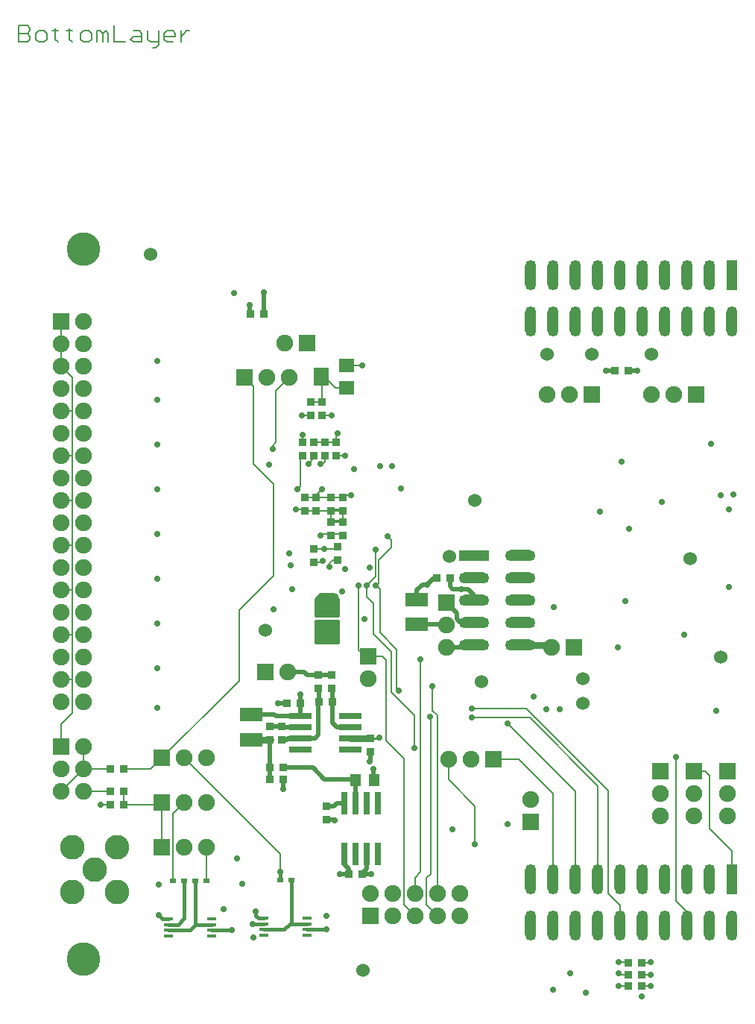
<source format=gbl>
%FSLAX24Y24*%
%MOIN*%
G70*
G01*
G75*
%ADD10C,0.0120*%
%ADD11C,0.0100*%
%ADD12R,0.0250X0.1000*%
%ADD13R,0.0650X0.0157*%
%ADD14R,0.1024X0.0630*%
%ADD15R,0.0551X0.0472*%
%ADD16R,0.0091X0.0500*%
%ADD17R,0.0500X0.0091*%
%ADD18R,0.0500X0.0091*%
%ADD19R,0.0390X0.0270*%
%ADD20R,0.0197X0.0394*%
%ADD21R,0.0787X0.0709*%
%ADD22R,0.0300X0.0200*%
%ADD23R,0.0350X0.0350*%
%ADD24R,0.0472X0.0551*%
%ADD25R,0.0472X0.0551*%
%ADD26C,0.0200*%
%ADD27C,0.0080*%
%ADD28C,0.0150*%
%ADD29C,0.0040*%
%ADD30C,0.0400*%
%ADD31C,0.0300*%
%ADD32C,0.0250*%
%ADD33C,0.0450*%
%ADD34C,0.0500*%
%ADD35O,0.0500X0.1350*%
%ADD36R,0.0500X0.1350*%
%ADD37C,0.0750*%
%ADD38R,0.0750X0.0750*%
%ADD39C,0.1100*%
%ADD40C,0.0600*%
%ADD41C,0.1500*%
%ADD42C,0.0280*%
%ADD43O,0.1350X0.0500*%
%ADD44R,0.1350X0.0500*%
%ADD45R,0.0433X0.0157*%
%ADD46R,0.0700X0.0800*%
%ADD47R,0.0700X0.0600*%
%ADD48R,0.1000X0.0250*%
%ADD49R,0.0551X0.0472*%
D11*
X65133Y74473D02*
Y75349D01*
X65010Y75473D02*
X65260Y75223D01*
X65233Y74473D02*
Y75249D01*
X65260Y74473D02*
Y75223D01*
X64460Y75473D02*
X65010D01*
X64425Y75438D02*
X65045D01*
X65033Y74473D02*
Y75449D01*
X64933Y74473D02*
Y75473D01*
X64833Y74473D02*
Y75473D01*
X64733Y74473D02*
Y75473D01*
X64633Y74473D02*
Y75473D01*
X64533Y74473D02*
Y75473D01*
X64433Y74473D02*
Y75446D01*
X64333Y74473D02*
Y75346D01*
X64210Y75138D02*
X65260D01*
X64210Y75038D02*
X65260D01*
X64210Y74938D02*
X65260D01*
X64210Y74838D02*
X65260D01*
X64325Y75338D02*
X65145D01*
X64210Y75223D02*
X64460Y75473D01*
X64225Y75238D02*
X65245D01*
X64210Y74738D02*
X65260D01*
X64210Y74638D02*
X65260D01*
X64210Y74538D02*
X65260D01*
X64233Y74473D02*
Y75246D01*
X64210Y74473D02*
Y75223D01*
Y74473D02*
X65260D01*
X66620Y68998D02*
X67045D01*
X67070Y69023D01*
X66729Y62938D02*
X66730Y62936D01*
X64210Y73338D02*
X65260D01*
X64210Y73438D02*
X65260D01*
X64210Y73273D02*
Y74273D01*
Y73538D02*
X65260D01*
X64210Y73638D02*
X65260D01*
X64210Y73738D02*
X65260D01*
X64210Y73838D02*
X65260D01*
X64210Y73938D02*
X65260D01*
X64210Y74038D02*
X65260D01*
X64210Y74138D02*
X65260D01*
X64210Y74238D02*
X65260D01*
X64210Y74273D02*
X65260D01*
X64233Y73273D02*
Y74273D01*
X64333Y73273D02*
Y74273D01*
X64433Y73273D02*
Y74273D01*
X64210Y73273D02*
X65260D01*
X64533D02*
Y74273D01*
X64633Y73273D02*
Y74273D01*
X64733Y73273D02*
Y74273D01*
X64833Y73273D02*
Y74273D01*
X64933Y73273D02*
Y74273D01*
X65033Y73273D02*
Y74273D01*
X65133Y73273D02*
Y74273D01*
X65233Y73273D02*
Y74273D01*
X65260Y73273D02*
Y74273D01*
D12*
X67003Y66098D02*
D03*
X66503D02*
D03*
X66003D02*
D03*
X65503D02*
D03*
Y63848D02*
D03*
X66003D02*
D03*
X66503D02*
D03*
X67003D02*
D03*
D14*
X61340Y68948D02*
D03*
Y70050D02*
D03*
X68760Y74091D02*
D03*
Y75194D02*
D03*
D22*
X58360Y62623D02*
D03*
X57860D02*
D03*
X63140Y62663D02*
D03*
X62640D02*
D03*
X58860Y62623D02*
D03*
X59360D02*
D03*
D23*
X55660Y66023D02*
D03*
X55060D02*
D03*
Y66623D02*
D03*
X55660D02*
D03*
X62773Y67684D02*
D03*
X63655Y82224D02*
D03*
Y81624D02*
D03*
X64905Y79774D02*
D03*
Y79174D02*
D03*
X64155Y82224D02*
D03*
Y81624D02*
D03*
X65165Y81621D02*
D03*
Y82221D02*
D03*
X64165Y77471D02*
D03*
Y76871D02*
D03*
X63755Y79774D02*
D03*
Y79174D02*
D03*
X65455Y79774D02*
D03*
Y79174D02*
D03*
X64720Y65976D02*
D03*
Y65376D02*
D03*
X64255Y79174D02*
D03*
Y79774D02*
D03*
X64915Y78671D02*
D03*
Y78071D02*
D03*
X61311Y87978D02*
D03*
X61911D02*
D03*
X66675Y68391D02*
D03*
Y68991D02*
D03*
X63538Y70578D02*
D03*
X62938D02*
D03*
X78211Y85428D02*
D03*
X77611D02*
D03*
X65465Y78671D02*
D03*
Y78071D02*
D03*
X62195Y69549D02*
D03*
Y68949D02*
D03*
X62173Y67684D02*
D03*
X65215Y77571D02*
D03*
Y76971D02*
D03*
X64655Y81624D02*
D03*
Y82224D02*
D03*
X66303Y62933D02*
D03*
X65703D02*
D03*
X64981Y70648D02*
D03*
X64381D02*
D03*
X64965Y71824D02*
D03*
Y71224D02*
D03*
X64365D02*
D03*
Y71824D02*
D03*
X62705Y69546D02*
D03*
Y68946D02*
D03*
X69648Y76168D02*
D03*
X70248D02*
D03*
X78228Y58982D02*
D03*
X78828D02*
D03*
X78228Y57932D02*
D03*
X78828D02*
D03*
X78228Y58432D02*
D03*
X78828D02*
D03*
X64515Y83421D02*
D03*
Y84021D02*
D03*
X64005Y84024D02*
D03*
Y83424D02*
D03*
X55660Y67623D02*
D03*
X55060D02*
D03*
X62171Y67178D02*
D03*
X62771D02*
D03*
D24*
X66006Y67123D02*
D03*
X66833D02*
D03*
D26*
X70360Y75673D02*
X71060D01*
X70248Y75784D02*
Y76168D01*
Y75784D02*
X70360Y75673D01*
X71060D02*
X71325Y75408D01*
Y75173D02*
Y75408D01*
X70070Y73073D02*
X71225D01*
X69505Y76168D02*
X69648D01*
X69210Y75873D02*
X69505Y76168D01*
X69010Y75873D02*
X69210D01*
X68760Y75623D02*
X69010Y75873D01*
X68760Y75194D02*
Y75623D01*
X70070Y75073D02*
X70548Y74595D01*
Y74335D02*
Y74595D01*
Y74335D02*
X70710Y74173D01*
X71325D01*
X70051Y74091D02*
X70070Y74073D01*
X68760Y74091D02*
X70051D01*
X66830Y67126D02*
X66833Y67123D01*
X66830Y67126D02*
Y67623D01*
X66675Y67988D02*
Y68391D01*
X66660Y67973D02*
X66675Y67988D01*
X61290Y87999D02*
Y88373D01*
X78211Y85428D02*
X78605D01*
X77210Y85423D02*
X77215Y85428D01*
X77611D01*
X62565Y70578D02*
X62938D01*
X63538Y70951D02*
X63560Y70973D01*
X63538Y70578D02*
Y70951D01*
Y70578D02*
X63548Y70567D01*
Y69998D02*
Y70567D01*
X61340Y70050D02*
X62382D01*
X62435Y69998D01*
X63548D01*
X66307Y62936D02*
X66730D01*
X66303Y62933D02*
X66307Y62936D01*
X66303Y62933D02*
Y62953D01*
X66503Y63153D01*
Y63848D01*
X65030Y65376D02*
X65070Y65336D01*
X64720Y65376D02*
X65030D01*
X65320Y62936D02*
X65699D01*
X65703Y62933D01*
Y63153D01*
X65503Y63353D02*
X65703Y63153D01*
X65503Y63353D02*
Y63848D01*
X65053Y65976D02*
X65175Y66098D01*
X64720Y65976D02*
X65053D01*
X65175Y66098D02*
X65503D01*
X61910Y88923D02*
X61911Y88921D01*
Y87978D02*
Y88921D01*
X66003Y67173D02*
X66006Y67176D01*
X66003Y66098D02*
Y67173D01*
X61320Y68928D02*
X61340Y68948D01*
X62260Y69553D02*
X62265Y69548D01*
X62700D01*
X62750Y69498D01*
X63548D01*
X62995Y68998D02*
X64205D01*
X62700Y68948D02*
X62945D01*
X62995Y68998D01*
X64360Y69153D02*
Y70623D01*
X64205Y68998D02*
X64360Y69153D01*
X63860Y71823D02*
X64970D01*
X63700Y71983D02*
X63860Y71823D01*
X62975Y71983D02*
X63700D01*
X64370Y71223D02*
X64380Y71213D01*
Y70643D02*
Y71213D01*
X64360Y70623D02*
X64380Y70643D01*
X64970Y71223D02*
X64980Y71213D01*
Y70643D02*
Y71213D01*
Y70643D02*
X64980Y70643D01*
Y69703D02*
Y70643D01*
Y69703D02*
X65185Y69498D01*
X65798D01*
X62773Y67684D02*
X64099D01*
X64606Y67176D01*
X66006D01*
X62770Y66723D02*
Y67176D01*
X62171Y67178D02*
Y67682D01*
X62173Y67684D02*
Y68928D01*
D27*
X68670Y62073D02*
Y62783D01*
X68910Y63023D01*
Y72523D01*
X66810Y73673D02*
Y75023D01*
X66510Y75323D02*
Y75823D01*
Y75323D02*
X66810Y75023D01*
X66910Y76223D02*
Y77423D01*
X66510Y75823D02*
X66910Y76223D01*
X67860Y71223D02*
X67960Y71123D01*
X67860Y71223D02*
Y72973D01*
X57860Y65623D02*
X58360Y66123D01*
X57860Y62623D02*
Y65623D01*
X59360Y62623D02*
Y64123D01*
X58360Y68123D02*
X62640Y63843D01*
Y63023D02*
Y63843D01*
X57360Y64123D02*
Y66123D01*
X57260Y66023D02*
X57360Y66123D01*
X55660Y66023D02*
X57260D01*
X56860Y67623D02*
X60810Y71573D01*
X55660Y67623D02*
X56860D01*
X61450Y81283D02*
Y84733D01*
X62360Y76273D02*
Y80373D01*
X61450Y81283D02*
X62360Y80373D01*
X60810Y71573D02*
Y74723D01*
X62360Y76273D01*
X61050Y85133D02*
X61450Y84733D01*
X62460Y82223D02*
Y84543D01*
X63050Y85133D01*
X53860Y67623D02*
Y68623D01*
X54610Y66023D02*
X55060D01*
X55660D02*
Y66623D01*
X66160Y72923D02*
X66575Y72678D01*
X69370Y62943D02*
Y69963D01*
X69180Y61563D02*
Y62753D01*
X69360Y69973D02*
X69370Y69963D01*
X69180Y62753D02*
X69370Y62943D01*
X63910Y81273D02*
Y81283D01*
X64155Y81528D01*
Y81624D01*
Y82224D02*
X65162D01*
Y82575D02*
X65210Y82623D01*
X65162Y82224D02*
Y82575D01*
X64165Y82224D02*
X64658Y82221D01*
X65162Y82224D02*
X65165Y82221D01*
X64915Y78721D02*
X65465D01*
X65455Y78731D02*
X65465Y78721D01*
X65455Y78731D02*
Y79224D01*
X64607Y77473D02*
X64608Y77471D01*
X64607Y77473D02*
X64710D01*
X64165Y77471D02*
X64608D01*
X64460Y78073D02*
X64510Y78123D01*
X64913D01*
X64915Y78121D01*
X65465D01*
X64460Y81273D02*
X64560D01*
X64655Y81368D01*
Y81624D01*
X63655Y82568D02*
X63660Y82573D01*
X63655Y82224D02*
Y82568D01*
X64655Y82224D02*
X64658Y82221D01*
X65558Y81621D02*
X65560Y81623D01*
X65165Y81621D02*
X65558D01*
X63560Y81479D02*
X63655Y81574D01*
X67375Y68908D02*
Y72508D01*
X66575Y72678D02*
X66965D01*
X67210Y72673D02*
X67375Y72508D01*
X66970Y72673D02*
X67210D01*
X66965Y72678D02*
X66970Y72673D01*
X64460Y75223D02*
X65060D01*
X64165Y77471D02*
X64166Y77473D01*
X64710D02*
X64711Y77471D01*
X65165D01*
X64165Y76871D02*
X64558D01*
X64560Y76923D01*
X66160Y72923D02*
Y75823D01*
X69180Y61563D02*
X69670Y61073D01*
X68180Y61563D02*
X68670Y61073D01*
X67375Y68908D02*
X68180Y68103D01*
Y61563D02*
Y68103D01*
X70170Y67163D02*
Y68073D01*
Y67163D02*
X71360Y65973D01*
Y64273D02*
Y65973D01*
X77780Y57937D02*
X78223D01*
X78228Y57932D01*
X77774Y58493D02*
X77835Y58432D01*
X78228D01*
X77780Y58987D02*
X78223D01*
X78228Y58982D01*
X78828Y57932D02*
X79225D01*
X79230Y57937D01*
X78828Y58432D02*
X79225D01*
X79230Y58437D01*
X78828Y58982D02*
X79225D01*
X79230Y58987D01*
X68660Y68573D02*
Y70023D01*
X67610Y71073D02*
X68660Y70023D01*
X63360Y79223D02*
X63706D01*
X64905Y79174D02*
X65455D01*
X65465Y79164D01*
Y78671D02*
Y79164D01*
X64915Y78671D02*
X65465D01*
X64905Y78681D02*
X64915Y78671D01*
X63706Y79223D02*
X63755Y79174D01*
X64905Y79224D02*
X64915Y79214D01*
X64905Y79224D02*
X65455D01*
X63755Y79174D02*
X64905D01*
Y78681D02*
Y79224D01*
X65553Y79873D02*
X65810D01*
X65455Y79774D02*
X65553Y79873D01*
X64255Y79868D02*
X64510Y80123D01*
X64255Y79774D02*
Y79868D01*
X63755Y79774D02*
X65455D01*
X62310Y81923D02*
Y82073D01*
X62460Y82223D01*
X65011Y76971D02*
X65215D01*
X64860Y76673D02*
Y76820D01*
X65011Y76971D01*
X71210Y69923D02*
X73810D01*
X71210Y70323D02*
X73660D01*
X66810Y73673D02*
X67610Y72873D01*
Y71073D02*
Y72873D01*
X67460Y78023D02*
X67631Y77851D01*
X66960Y75823D02*
X67060Y75923D01*
X66960Y75823D02*
X67110Y75673D01*
X67631Y77544D02*
Y77851D01*
X67060Y75923D02*
Y76973D01*
X67631Y77544D01*
X67110Y73723D02*
X67860Y72973D01*
X67110Y73723D02*
Y75673D01*
X69460Y70233D02*
Y71323D01*
Y70233D02*
X69670Y70023D01*
Y62073D02*
Y70023D01*
X63410Y80123D02*
X63560Y80273D01*
Y81479D01*
X64515Y83421D02*
X64516Y83423D01*
X64960D01*
X64490Y85173D02*
X64610D01*
X65110Y84673D01*
X65630D01*
X64490Y85173D02*
X64512Y85151D01*
Y84024D02*
Y85151D01*
Y84024D02*
X64515Y84021D01*
X64005Y84024D02*
X64512D01*
X65630Y85673D02*
X66310D01*
X64003Y83423D02*
X64005Y83424D01*
X63610Y83423D02*
X64003D01*
X52860Y69623D02*
X53360Y70123D01*
X52860Y85623D02*
X53360Y85123D01*
X52860Y85623D02*
Y87623D01*
Y68623D02*
Y69623D01*
Y71623D02*
X53360D01*
X52860Y73623D02*
X53360D01*
X52860Y75623D02*
X53360D01*
X52860Y77623D02*
X53360D01*
X52860Y79623D02*
X53360D01*
X52860Y81623D02*
X53360D01*
X52860Y83623D02*
X53360D01*
Y70123D02*
Y85123D01*
X53860Y67623D02*
X55060D01*
X52860Y66623D02*
X53860Y67623D01*
Y66623D02*
X55060D01*
X81140Y67523D02*
X81660D01*
X81860Y67323D01*
Y64973D02*
Y67323D01*
Y64973D02*
X82860Y63973D01*
Y62708D02*
Y63973D01*
X82850Y62698D02*
X82860Y62708D01*
X80360Y61723D02*
X80850Y61233D01*
Y60648D02*
Y61233D01*
X80360Y61723D02*
Y68173D01*
X77310Y62073D02*
Y66673D01*
Y62073D02*
X77850Y61533D01*
Y60648D02*
Y61533D01*
X74027Y69940D02*
X74043D01*
X73660Y70323D02*
X77310Y66673D01*
X76850Y62698D02*
Y66883D01*
X73810Y69923D02*
X76850Y66883D01*
X75850Y62698D02*
Y66633D01*
X72810Y69673D02*
X75850Y66633D01*
X73310Y68073D02*
X74850Y66533D01*
X72170Y68073D02*
X73310D01*
X74850Y62698D02*
Y66533D01*
X50960Y100872D02*
Y100123D01*
X51335D01*
X51460Y100248D01*
Y100373D01*
X51335Y100497D01*
X50960D01*
X51335D01*
X51460Y100622D01*
Y100747D01*
X51335Y100872D01*
X50960D01*
X51835Y100123D02*
X52084D01*
X52209Y100248D01*
Y100497D01*
X52084Y100622D01*
X51835D01*
X51710Y100497D01*
Y100248D01*
X51835Y100123D01*
X52584Y100747D02*
Y100622D01*
X52459D01*
X52709D01*
X52584D01*
Y100248D01*
X52709Y100123D01*
X53209Y100747D02*
Y100622D01*
X53084D01*
X53334D01*
X53209D01*
Y100248D01*
X53334Y100123D01*
X53834D02*
X54084D01*
X54209Y100248D01*
Y100497D01*
X54084Y100622D01*
X53834D01*
X53709Y100497D01*
Y100248D01*
X53834Y100123D01*
X54459D02*
Y100622D01*
X54584D01*
X54709Y100497D01*
Y100123D01*
Y100497D01*
X54834Y100622D01*
X54959Y100497D01*
Y100123D01*
X55208Y100872D02*
Y100123D01*
X55708D01*
X56083Y100622D02*
X56333D01*
X56458Y100497D01*
Y100123D01*
X56083D01*
X55958Y100248D01*
X56083Y100373D01*
X56458D01*
X56708Y100622D02*
Y100248D01*
X56833Y100123D01*
X57208D01*
Y99998D01*
X57083Y99873D01*
X56958D01*
X57208Y100123D02*
Y100622D01*
X57833Y100123D02*
X57583D01*
X57458Y100248D01*
Y100497D01*
X57583Y100622D01*
X57833D01*
X57958Y100497D01*
Y100373D01*
X57458D01*
X58207Y100622D02*
Y100123D01*
Y100373D01*
X58332Y100497D01*
X58457Y100622D01*
X58582D01*
D28*
X62640Y62663D02*
Y63023D01*
X60464Y60417D02*
X60470Y60423D01*
X59574Y60417D02*
X60464D01*
X61416Y60708D02*
X61923D01*
X61560Y61083D02*
Y61273D01*
Y61083D02*
X61678Y60964D01*
X61923D01*
Y60453D02*
X62820D01*
X63852D02*
X64710D01*
X62820D02*
X63076Y60708D01*
X63140D02*
Y62663D01*
X63076Y60708D02*
X63852D01*
X57394Y60929D02*
X57645D01*
X57210Y61113D02*
X57394Y60929D01*
X57645Y60417D02*
X58604D01*
X58860Y60673D01*
X59574D01*
X58860D02*
Y62623D01*
X57645Y60673D02*
X58070D01*
X58360Y60963D01*
Y62623D01*
D31*
X65795Y68998D02*
X66665D01*
X61340Y68948D02*
X62200D01*
X74670Y73173D02*
X74790Y73053D01*
X73375Y73173D02*
X74670D01*
D35*
X77850Y89698D02*
D03*
X73850Y87648D02*
D03*
X75850D02*
D03*
X79850D02*
D03*
X82850D02*
D03*
X80850D02*
D03*
X77850D02*
D03*
X76850D02*
D03*
X73850Y89698D02*
D03*
X79850D02*
D03*
X76850D02*
D03*
X75850D02*
D03*
X74850D02*
D03*
X81850Y87648D02*
D03*
X74850D02*
D03*
X78850D02*
D03*
Y89698D02*
D03*
X80850D02*
D03*
X81850D02*
D03*
X77850Y62698D02*
D03*
X73850Y60648D02*
D03*
X75850D02*
D03*
X79850D02*
D03*
X82850D02*
D03*
X80850D02*
D03*
X77850D02*
D03*
X76850D02*
D03*
X73850Y62698D02*
D03*
X81850D02*
D03*
X79850D02*
D03*
X76850D02*
D03*
X75850D02*
D03*
X74850D02*
D03*
X81850Y60648D02*
D03*
X74850D02*
D03*
X78850D02*
D03*
Y62698D02*
D03*
X80850D02*
D03*
D36*
X82850Y89698D02*
D03*
Y62698D02*
D03*
D37*
X53860Y66623D02*
D03*
X52860D02*
D03*
X53860Y67623D02*
D03*
Y68623D02*
D03*
X52860Y67623D02*
D03*
X66670Y62073D02*
D03*
X68670Y61073D02*
D03*
Y62073D02*
D03*
X69670Y61073D02*
D03*
Y62073D02*
D03*
X70670Y61073D02*
D03*
Y62073D02*
D03*
X67670Y61073D02*
D03*
Y62073D02*
D03*
X73860Y66273D02*
D03*
X58360Y64123D02*
D03*
X59360D02*
D03*
Y66123D02*
D03*
X58360D02*
D03*
X82640Y65523D02*
D03*
Y66523D02*
D03*
X74790Y73053D02*
D03*
X70070Y74073D02*
D03*
X75595Y84378D02*
D03*
X79235D02*
D03*
X80235D02*
D03*
X81140Y65523D02*
D03*
X66575Y71678D02*
D03*
X62975Y71983D02*
D03*
X79640Y66523D02*
D03*
X81140D02*
D03*
X70170Y68073D02*
D03*
X71170D02*
D03*
X70070Y73073D02*
D03*
X79640Y65523D02*
D03*
X74595Y84378D02*
D03*
X58360Y68123D02*
D03*
X59360D02*
D03*
X62860Y86673D02*
D03*
X63050Y85133D02*
D03*
X62050D02*
D03*
X53860Y86623D02*
D03*
Y70623D02*
D03*
X52860D02*
D03*
X53860Y71623D02*
D03*
X52860D02*
D03*
X53860Y72623D02*
D03*
X52860D02*
D03*
X53860Y73623D02*
D03*
X52860D02*
D03*
X53860Y74623D02*
D03*
X52860D02*
D03*
X53860Y75623D02*
D03*
X52860D02*
D03*
X53860Y82623D02*
D03*
X52860D02*
D03*
X53860Y83623D02*
D03*
X52860D02*
D03*
X53860Y84623D02*
D03*
X52860D02*
D03*
X53860Y85623D02*
D03*
X52860D02*
D03*
Y86623D02*
D03*
X53860Y87623D02*
D03*
X52860Y81623D02*
D03*
X53860D02*
D03*
X52860Y80623D02*
D03*
X53860D02*
D03*
X52860Y79623D02*
D03*
X53860D02*
D03*
X52860Y78623D02*
D03*
X53860D02*
D03*
X52860Y77623D02*
D03*
X53860D02*
D03*
X52860Y76623D02*
D03*
X53860D02*
D03*
D38*
X52860Y68623D02*
D03*
X66670Y61073D02*
D03*
X73860Y65273D02*
D03*
X57360Y64123D02*
D03*
Y66123D02*
D03*
X82640Y67523D02*
D03*
X75790Y73053D02*
D03*
X76595Y84378D02*
D03*
X81235D02*
D03*
X81140Y67523D02*
D03*
X66575Y72678D02*
D03*
X61975Y71983D02*
D03*
X72170Y68073D02*
D03*
X70070Y75073D02*
D03*
X79640Y67523D02*
D03*
X57360Y68123D02*
D03*
X63860Y86673D02*
D03*
X61050Y85133D02*
D03*
X52860Y87623D02*
D03*
D39*
X54360Y63123D02*
D03*
X53360Y62123D02*
D03*
Y64123D02*
D03*
X55360D02*
D03*
Y62123D02*
D03*
D40*
X76595Y86178D02*
D03*
X76175Y70583D02*
D03*
Y71683D02*
D03*
X80970Y77038D02*
D03*
X70210Y77123D02*
D03*
X71660Y71523D02*
D03*
X79235Y86178D02*
D03*
X61993Y73823D02*
D03*
X82360Y72623D02*
D03*
X66360Y58623D02*
D03*
X56860Y90623D02*
D03*
X71360Y79623D02*
D03*
X74595Y86178D02*
D03*
D41*
X53860Y90873D02*
D03*
Y59123D02*
D03*
D42*
X70760Y75673D02*
D03*
X69210Y75873D02*
D03*
X66510Y75823D02*
D03*
X67960Y71123D02*
D03*
X78830Y57463D02*
D03*
X61440Y60113D02*
D03*
X60470Y60423D02*
D03*
X60110Y61383D02*
D03*
X64433Y75323D02*
D03*
X54610Y66023D02*
D03*
X61290Y88373D02*
D03*
X62160Y81223D02*
D03*
X77780Y58987D02*
D03*
X63197Y75660D02*
D03*
X65559Y76572D02*
D03*
X65210Y82623D02*
D03*
X64607Y77473D02*
D03*
X65810Y79873D02*
D03*
X64460Y81273D02*
D03*
X65560Y81623D02*
D03*
X69360Y69973D02*
D03*
X65960Y81023D02*
D03*
X68060Y80173D02*
D03*
X63410Y80123D02*
D03*
X64510D02*
D03*
X63360Y79223D02*
D03*
X64860Y76673D02*
D03*
X65410Y75573D02*
D03*
X63110Y76723D02*
D03*
X63060Y77273D02*
D03*
X62360Y74773D02*
D03*
X64760Y75338D02*
D03*
X64560Y76923D02*
D03*
X63910Y81273D02*
D03*
X65110Y75338D02*
D03*
X64460Y78073D02*
D03*
X63660Y82573D02*
D03*
X67110Y81173D02*
D03*
X64733Y73373D02*
D03*
X65133D02*
D03*
X64333D02*
D03*
X78605Y85428D02*
D03*
X81910Y82173D02*
D03*
X79710Y79573D02*
D03*
X82710Y75773D02*
D03*
X78070Y75123D02*
D03*
X80710Y73623D02*
D03*
X77760Y73073D02*
D03*
X74878Y74876D02*
D03*
X67660Y81173D02*
D03*
X72810Y65173D02*
D03*
X70360Y64923D02*
D03*
X66660Y67973D02*
D03*
X62565Y70578D02*
D03*
X63560Y70973D02*
D03*
X62770Y66723D02*
D03*
X66830Y67623D02*
D03*
X65070Y65336D02*
D03*
X65320Y62936D02*
D03*
X61910Y88923D02*
D03*
X82915Y79891D02*
D03*
X82333Y79873D02*
D03*
X82710Y79223D02*
D03*
X78260Y78373D02*
D03*
X76960Y79123D02*
D03*
X77910Y81373D02*
D03*
X57160Y80123D02*
D03*
Y85873D02*
D03*
Y84123D02*
D03*
Y76123D02*
D03*
X60950Y62503D02*
D03*
X57160Y82123D02*
D03*
X64710Y61053D02*
D03*
X57160Y74123D02*
D03*
Y70373D02*
D03*
Y78123D02*
D03*
X64710Y60453D02*
D03*
X66160Y75823D02*
D03*
X82160Y70223D02*
D03*
X66410Y74323D02*
D03*
X67070Y69023D02*
D03*
X66730Y62936D02*
D03*
X73970Y70873D02*
D03*
X74535Y70288D02*
D03*
X75155D02*
D03*
X77210Y85423D02*
D03*
X60580Y88913D02*
D03*
X71360Y64273D02*
D03*
X74860Y57773D02*
D03*
X76330Y57637D02*
D03*
X77780Y57937D02*
D03*
X77774Y58493D02*
D03*
X75624D02*
D03*
X79230Y57937D02*
D03*
Y58437D02*
D03*
Y58987D02*
D03*
X66660Y76623D02*
D03*
X66910Y77423D02*
D03*
X68660Y68573D02*
D03*
X62310Y81923D02*
D03*
X72810Y69673D02*
D03*
X71210Y69923D02*
D03*
Y70323D02*
D03*
X66910Y75823D02*
D03*
X67460Y78023D02*
D03*
X69460Y71323D02*
D03*
X68910Y72523D02*
D03*
X57160Y72123D02*
D03*
X63610Y83423D02*
D03*
X66310Y85673D02*
D03*
X64960Y83423D02*
D03*
X61560Y61273D02*
D03*
X57210Y62473D02*
D03*
X61416Y60708D02*
D03*
X62640Y63023D02*
D03*
X60711Y63648D02*
D03*
X57210Y61113D02*
D03*
X80360Y68173D02*
D03*
D43*
X71325Y75173D02*
D03*
Y76173D02*
D03*
X73375Y75173D02*
D03*
Y76173D02*
D03*
Y74173D02*
D03*
Y77173D02*
D03*
X71325Y74173D02*
D03*
X73375Y73173D02*
D03*
X71325D02*
D03*
D44*
Y77173D02*
D03*
D45*
X57645Y60673D02*
D03*
X59574Y60161D02*
D03*
X57645D02*
D03*
Y60929D02*
D03*
Y60417D02*
D03*
X59574Y60929D02*
D03*
Y60673D02*
D03*
Y60417D02*
D03*
X63852Y60708D02*
D03*
X61923Y60453D02*
D03*
X63852D02*
D03*
Y60964D02*
D03*
X61923D02*
D03*
Y60708D02*
D03*
Y60197D02*
D03*
X63852D02*
D03*
D46*
X64490Y85173D02*
D03*
D47*
X65630Y84673D02*
D03*
Y85673D02*
D03*
D48*
X65798Y68498D02*
D03*
Y68998D02*
D03*
Y69498D02*
D03*
Y69998D02*
D03*
X63548D02*
D03*
Y69498D02*
D03*
Y68998D02*
D03*
Y68498D02*
D03*
D49*
X64660Y73959D02*
D03*
Y74786D02*
D03*
M02*

</source>
